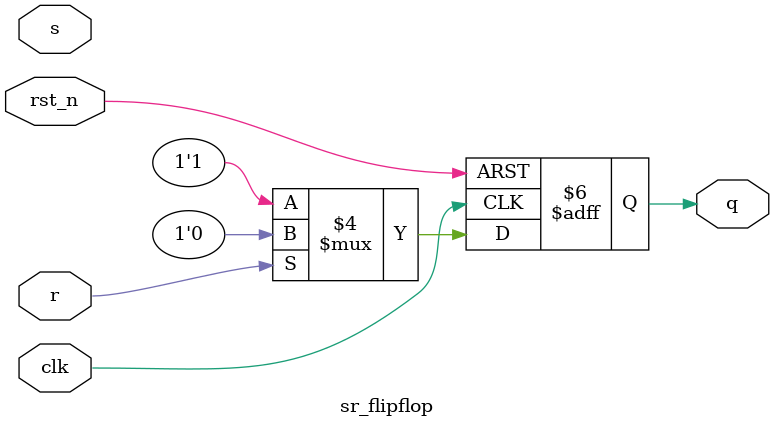
<source format=sv>
module PWM_piezo(clk, rst_n, max_cnt, duty, PWM_sig);

input clk, rst_n;
input unsigned [19:0] duty;
input unsigned [20:0] max_cnt;

output PWM_sig;

wire set, reset;
reg unsigned [20:0] cnt;

sr_flipflop pwm_flop(.q(PWM_sig), .s(set), .r(reset), .rst_n(rst_n), .clk(clk));

assign reset = (cnt >= duty) ? 1 : 0;
assign set = ~|cnt;

initial cnt = 21'b0;

always @(posedge clk, negedge rst_n)
  if(!rst_n)
    cnt <= 21'b0;
  else
    cnt <= (cnt == max_cnt) ? 21'b0 : cnt + 1;

endmodule

// SR-FF with active low async reset and active high set/reset
module sr_flipflop(q, s, r, rst_n, clk);

input clk, s, r, rst_n;
output reg q;

always_ff @(posedge clk, negedge rst_n)
  if(!rst_n)
    q <= 0;
  else if(r)
    q <= 0;
  else //if(s)
    q <= 1;
  //else
  //  q <= q;

endmodule

</source>
